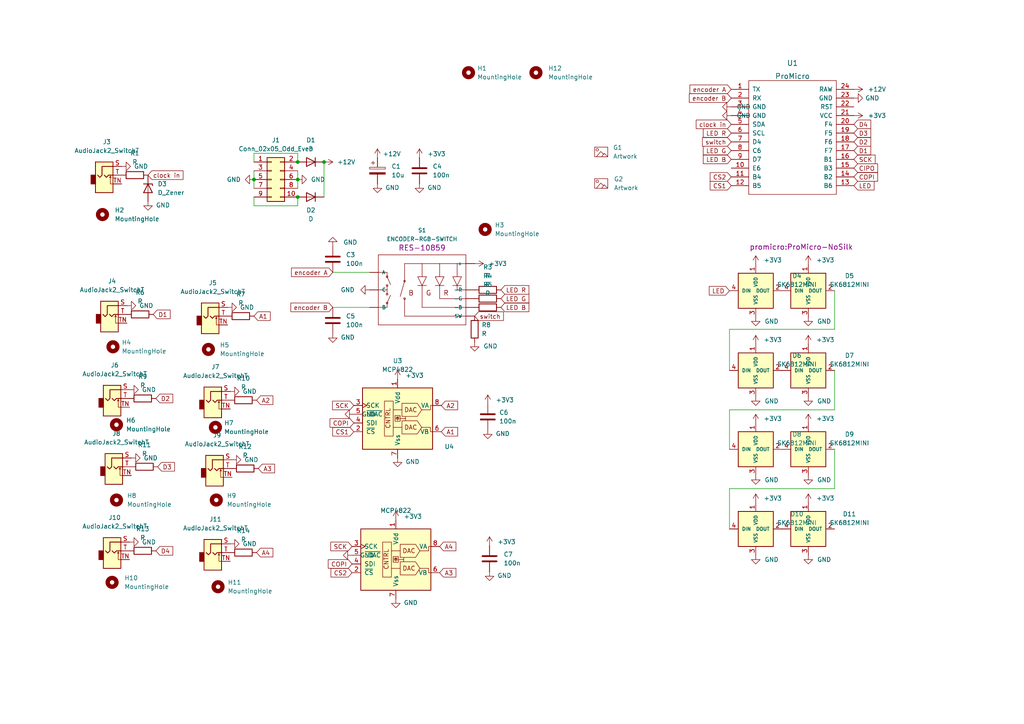
<source format=kicad_sch>
(kicad_sch (version 20211123) (generator eeschema)
  (paper "A4")
  (lib_symbols
    (symbol "Analog_DAC:MCP4822" (pin_names (offset 1.016))
      (property "Reference" "U" (at -2.54 10.795 0))
      (property "Value" "MCP4822" (at -2.54 8.89 0))
      (symbol "MCP4822_0_0"
        (polyline (pts (xy 0 -1.778) (xy 0 -0.635)))
        (polyline (pts (xy 0.381 -0.889) (xy 0.508 -0.762)))
        (polyline (pts (xy 2.286 -1.143) (xy 2.286 -1.905)))
        (polyline (pts (xy 0.381 -0.889) (xy -0.381 -0.889) (xy -0.508 -1.016)))
        (polyline (pts (xy 0.762 -1.27) (xy 2.286 -1.27) (xy 2.286 -0.762)))
        (polyline (pts (xy 0 -0.889) (xy 0.508 -1.397) (xy -0.508 -1.397) (xy 0 -0.889)))
        (polyline (pts (xy 6.985 -3.81) (xy 9.525 -3.81) (xy 9.525 -5.08) (xy 10.16 -5.08)))
        (polyline (pts (xy 6.985 1.27) (xy 9.525 1.27) (xy 9.525 2.54) (xy 10.16 2.54)))
        (rectangle (start 0.762 -0.381) (end -0.762 -2.032))
        (text "CNTRL" (at -2.032 -4.191 900) (effects (font (size 1.27 1.27)) (justify left bottom)))
        (text "DAC" (at 3.81 -3.81 0) (effects (font (size 1.27 1.27))))
        (text "DAC" (at 3.81 1.27 0) (effects (font (size 1.27 1.27))))
      )
      (symbol "MCP4822_0_1"
        (rectangle (start -10.16 7.62) (end 10.16 -10.16) (stroke (width 0.254)) (fill (type background)))
        (rectangle (start -1.27 -6.35) (end -3.81 3.81))
        (polyline (pts (xy 1.27 -3.81) (xy -1.27 -3.81)))
        (polyline (pts (xy 1.27 1.27) (xy -1.27 1.27)))
        (polyline (pts (xy 6.985 -3.81) (xy 5.715 -1.905) (xy 1.27 -1.905) (xy 1.27 -5.715) (xy 5.715 -5.715) (xy 6.985 -3.81)))
        (polyline (pts (xy 6.985 1.27) (xy 5.715 3.175) (xy 1.27 3.175) (xy 1.27 -0.635) (xy 5.715 -0.635) (xy 6.985 1.27)))
      )
      (symbol "MCP4822_1_1"
        (pin power_in line (at 0 10.16 270) (length 2.54) (name "Vdd") (number "1"))
        (pin input line (at -12.7 -5.08 0) (length 2.54) (name "~{CS}") (number "2"))
        (pin input clock (at -12.7 2.54 0) (length 2.54) (name "SCK") (number "3"))
        (pin input line (at -12.7 -2.54 0) (length 2.54) (name "SDI") (number "4"))
        (pin input line (at -12.7 0 0) (length 2.54) (name "~{LDAC}") (number "5"))
        (pin output line (at 12.7 -5.08 180) (length 2.54) (name "VB") (number "6"))
        (pin power_in line (at 0 -12.7 90) (length 2.54) (name "Vss") (number "7"))
        (pin output line (at 12.7 2.54 180) (length 2.54) (name "VA") (number "8"))
      )
    )
    (symbol "Connector:AudioJack2_SwitchT"
      (property "Reference" "J" (at 0 8.89 0))
      (property "Value" "AudioJack2_SwitchT" (at 0 6.35 0))
      (symbol "AudioJack2_SwitchT_0_1"
        (rectangle (start -2.54 0) (end -3.81 -2.54) (stroke (width 0.254)) (fill (type outline)))
        (polyline (pts (xy 1.778 -0.254) (xy 2.032 -0.762)))
        (polyline (pts (xy 0 0) (xy 0.635 -0.635) (xy 1.27 0) (xy 2.54 0)) (stroke (width 0.254)))
        (polyline (pts (xy 2.54 -2.54) (xy 1.778 -2.54) (xy 1.778 -0.254) (xy 1.524 -0.762)))
        (polyline (pts (xy 2.54 2.54) (xy -0.635 2.54) (xy -0.635 0) (xy -1.27 -0.635) (xy -1.905 0)) (stroke (width 0.254)))
        (rectangle (start 2.54 3.81) (end -2.54 -5.08) (stroke (width 0.254)) (fill (type background)))
      )
      (symbol "AudioJack2_SwitchT_1_1"
        (pin passive line (at 5.08 2.54 180) (length 2.54) (name "~") (number "S"))
        (pin passive line (at 5.08 0 180) (length 2.54) (name "~") (number "T"))
        (pin passive line (at 5.08 -2.54 180) (length 2.54) (name "~") (number "TN"))
      )
    )
    (symbol "Connector_Generic:Conn_02x05_Odd_Even" (pin_names (offset 1.016) hide)
      (property "Reference" "J" (at 1.27 7.62 0))
      (property "Value" "Conn_02x05_Odd_Even" (at 1.27 -7.62 0))
      (symbol "Conn_02x05_Odd_Even_1_1"
        (rectangle (start -1.27 -4.953) (end 0 -5.207) (stroke (width 0.1524)))
        (rectangle (start -1.27 -2.413) (end 0 -2.667) (stroke (width 0.1524)))
        (rectangle (start -1.27 0.127) (end 0 -0.127) (stroke (width 0.1524)))
        (rectangle (start -1.27 2.667) (end 0 2.413) (stroke (width 0.1524)))
        (rectangle (start -1.27 5.207) (end 0 4.953) (stroke (width 0.1524)))
        (rectangle (start -1.27 6.35) (end 3.81 -6.35) (stroke (width 0.254)) (fill (type background)))
        (rectangle (start 3.81 -4.953) (end 2.54 -5.207) (stroke (width 0.1524)))
        (rectangle (start 3.81 -2.413) (end 2.54 -2.667) (stroke (width 0.1524)))
        (rectangle (start 3.81 0.127) (end 2.54 -0.127) (stroke (width 0.1524)))
        (rectangle (start 3.81 2.667) (end 2.54 2.413) (stroke (width 0.1524)))
        (rectangle (start 3.81 5.207) (end 2.54 4.953) (stroke (width 0.1524)))
        (pin passive line (at -5.08 5.08 0) (length 3.81) (name "Pin_1") (number "1"))
        (pin passive line (at 7.62 -5.08 180) (length 3.81) (name "Pin_10") (number "10"))
        (pin passive line (at 7.62 5.08 180) (length 3.81) (name "Pin_2") (number "2"))
        (pin passive line (at -5.08 2.54 0) (length 3.81) (name "Pin_3") (number "3"))
        (pin passive line (at 7.62 2.54 180) (length 3.81) (name "Pin_4") (number "4"))
        (pin passive line (at -5.08 0 0) (length 3.81) (name "Pin_5") (number "5"))
        (pin passive line (at 7.62 0 180) (length 3.81) (name "Pin_6") (number "6"))
        (pin passive line (at -5.08 -2.54 0) (length 3.81) (name "Pin_7") (number "7"))
        (pin passive line (at 7.62 -2.54 180) (length 3.81) (name "Pin_8") (number "8"))
        (pin passive line (at -5.08 -5.08 0) (length 3.81) (name "Pin_9") (number "9"))
      )
    )
    (symbol "Device:C" (pin_numbers hide) (pin_names (offset 0.254))
      (property "Reference" "C" (at 0.635 2.54 0))
      (property "Value" "C" (at 0.635 -2.54 0))
      (symbol "C_0_1"
        (polyline (pts (xy -2.032 -0.762) (xy 2.032 -0.762)) (stroke (width 0.508)))
        (polyline (pts (xy -2.032 0.762) (xy 2.032 0.762)) (stroke (width 0.508)))
      )
      (symbol "C_1_1"
        (pin passive line (at 0 3.81 270) (length 2.794) (name "~") (number "1"))
        (pin passive line (at 0 -3.81 90) (length 2.794) (name "~") (number "2"))
      )
    )
    (symbol "Device:C_Polarized" (pin_numbers hide) (pin_names (offset 0.254))
      (property "Reference" "C" (at 0.635 2.54 0))
      (property "Value" "C_Polarized" (at 0.635 -2.54 0))
      (symbol "C_Polarized_0_1"
        (rectangle (start -2.286 0.508) (end 2.286 1.016))
        (polyline (pts (xy -1.778 2.286) (xy -0.762 2.286)))
        (polyline (pts (xy -1.27 2.794) (xy -1.27 1.778)))
        (rectangle (start 2.286 -0.508) (end -2.286 -1.016) (fill (type outline)))
      )
      (symbol "C_Polarized_1_1"
        (pin passive line (at 0 3.81 270) (length 2.794) (name "~") (number "1"))
        (pin passive line (at 0 -3.81 90) (length 2.794) (name "~") (number "2"))
      )
    )
    (symbol "Device:D" (pin_numbers hide) (pin_names (offset 1.016) hide)
      (property "Reference" "D" (at 0 2.54 0))
      (property "Value" "D" (at 0 -2.54 0))
      (symbol "D_0_1"
        (polyline (pts (xy -1.27 1.27) (xy -1.27 -1.27)) (stroke (width 0.254)))
        (polyline (pts (xy 1.27 0) (xy -1.27 0)))
        (polyline (pts (xy 1.27 1.27) (xy 1.27 -1.27) (xy -1.27 0) (xy 1.27 1.27)) (stroke (width 0.254)))
      )
      (symbol "D_1_1"
        (pin passive line (at -3.81 0 0) (length 2.54) (name "K") (number "1"))
        (pin passive line (at 3.81 0 180) (length 2.54) (name "A") (number "2"))
      )
    )
    (symbol "Device:D_Zener" (pin_numbers hide) (pin_names (offset 1.016) hide)
      (property "Reference" "D" (at 0 2.54 0))
      (property "Value" "D_Zener" (at 0 -2.54 0))
      (symbol "D_Zener_0_1"
        (polyline (pts (xy 1.27 0) (xy -1.27 0)))
        (polyline (pts (xy -1.27 -1.27) (xy -1.27 1.27) (xy -0.762 1.27)) (stroke (width 0.254)))
        (polyline (pts (xy 1.27 -1.27) (xy 1.27 1.27) (xy -1.27 0) (xy 1.27 -1.27)) (stroke (width 0.254)))
      )
      (symbol "D_Zener_1_1"
        (pin passive line (at -3.81 0 0) (length 2.54) (name "K") (number "1"))
        (pin passive line (at 3.81 0 180) (length 2.54) (name "A") (number "2"))
      )
    )
    (symbol "Device:R" (pin_numbers hide) (pin_names (offset 0))
      (property "Reference" "R" (at 2.032 0 90))
      (property "Value" "R" (at 0 0 90))
      (symbol "R_0_1"
        (rectangle (start -1.016 -2.54) (end 1.016 2.54) (stroke (width 0.254)))
      )
      (symbol "R_1_1"
        (pin passive line (at 0 3.81 270) (length 1.27) (name "~") (number "1"))
        (pin passive line (at 0 -3.81 90) (length 1.27) (name "~") (number "2"))
      )
    )
    (symbol "Mechanical:MountingHole" (pin_names (offset 1.016))
      (property "Reference" "H" (at 0 5.08 0))
      (property "Value" "MountingHole" (at 0 3.175 0))
      (symbol "MountingHole_0_1"
        (circle (center 0 0) (radius 1.27) (stroke (width 1.27)))
      )
    )
    (symbol "Pale Slim Ghost:Artwork" (in_bom no)
      (property "Reference" "G" (at 0 0 0))
      (property "Value" "Artwork" (at 0 0 0))
      (symbol "Artwork_0_1"
        (rectangle (start -2.032 4.318) (end 1.778 1.524) (stroke (width 0.1524)))
      )
      (symbol "Artwork_1_1"
        (circle (center -1.27 3.556) (radius 0.3592) (stroke (width 0.1524)))
        (polyline (pts (xy -1.524 1.524) (xy -0.254 3.048) (xy 0.508 2.286) (xy 0.508 2.286)))
        (polyline (pts (xy 0 1.524) (xy 0.762 2.54) (xy 1.778 1.524) (xy -0.254 1.524)))
      )
    )
    (symbol "SparkFun-Switches:ENCODER-RGB-SWITCH" (pin_numbers hide) (pin_names (offset 1.016))
      (property "Reference" "S" (at -12.7 11.43 0))
      (property "Value" "ENCODER-RGB-SWITCH" (at -12.7 -12.7 0))
      (property "Field4" "RES-10859" (at 0 15.24 0))
      (symbol "ENCODER-RGB-SWITCH_1_0"
        (polyline (pts (xy -12.7 -10.16) (xy 12.7 -10.16)))
        (polyline (pts (xy -12.7 -5.08) (xy -12.7 -10.16)))
        (polyline (pts (xy -12.7 0) (xy -12.7 -5.08)))
        (polyline (pts (xy -12.7 5.08) (xy -12.7 0)))
        (polyline (pts (xy -12.7 5.08) (xy -10.16 5.08)))
        (polyline (pts (xy -12.7 10.16) (xy -12.7 5.08)))
        (polyline (pts (xy -10.16 -5.08) (xy -12.7 -5.08)))
        (polyline (pts (xy -10.16 -5.08) (xy -10.16 -3.81)))
        (polyline (pts (xy -10.16 -3.81) (xy -9.144 -1.524)))
        (polyline (pts (xy -10.16 0) (xy -12.7 0)))
        (polyline (pts (xy -10.16 0) (xy -10.16 -1.27)))
        (polyline (pts (xy -10.16 0) (xy -10.16 1.27)))
        (polyline (pts (xy -10.16 3.81) (xy -9.144 1.524)))
        (polyline (pts (xy -10.16 5.08) (xy -10.16 3.81)))
        (polyline (pts (xy -5.08 -7.62) (xy -5.08 -2.54)))
        (polyline (pts (xy -5.08 -7.62) (xy 12.7 -7.62)))
        (polyline (pts (xy -5.08 2.54) (xy -6.35 -1.905)))
        (polyline (pts (xy -5.08 7.62) (xy -5.08 2.54)))
        (polyline (pts (xy -5.08 7.62) (xy 0 7.62)))
        (polyline (pts (xy -1.27 1.27) (xy 0 1.27)))
        (polyline (pts (xy -1.27 3.81) (xy 0 1.27)))
        (polyline (pts (xy -1.27 3.81) (xy 0 3.81)))
        (polyline (pts (xy 0 -5.08) (xy 0 1.27)))
        (polyline (pts (xy 0 -5.08) (xy 12.7 -5.08)))
        (polyline (pts (xy 0 1.27) (xy 1.27 1.27)))
        (polyline (pts (xy 0 1.27) (xy 1.27 3.81)))
        (polyline (pts (xy 0 3.81) (xy 1.27 3.81)))
        (polyline (pts (xy 0 7.62) (xy 0 3.81)))
        (polyline (pts (xy 0 7.62) (xy 5.08 7.62)))
        (polyline (pts (xy 3.81 1.27) (xy 5.08 1.27)))
        (polyline (pts (xy 3.81 3.81) (xy 5.08 1.27)))
        (polyline (pts (xy 3.81 3.81) (xy 5.08 3.81)))
        (polyline (pts (xy 5.08 -2.54) (xy 5.08 1.27)))
        (polyline (pts (xy 5.08 -2.54) (xy 12.7 -2.54)))
        (polyline (pts (xy 5.08 1.27) (xy 6.35 1.27)))
        (polyline (pts (xy 5.08 1.27) (xy 6.35 3.81)))
        (polyline (pts (xy 5.08 3.81) (xy 6.35 3.81)))
        (polyline (pts (xy 5.08 7.62) (xy 5.08 3.81)))
        (polyline (pts (xy 5.08 7.62) (xy 10.16 7.62)))
        (polyline (pts (xy 8.89 1.27) (xy 10.16 1.27)))
        (polyline (pts (xy 8.89 3.81) (xy 10.16 1.27)))
        (polyline (pts (xy 8.89 3.81) (xy 10.16 3.81)))
        (polyline (pts (xy 10.16 0) (xy 10.16 1.27)))
        (polyline (pts (xy 10.16 0) (xy 12.7 0)))
        (polyline (pts (xy 10.16 1.27) (xy 11.43 1.27)))
        (polyline (pts (xy 10.16 1.27) (xy 11.43 3.81)))
        (polyline (pts (xy 10.16 3.81) (xy 11.43 3.81)))
        (polyline (pts (xy 10.16 7.62) (xy 10.16 3.81)))
        (polyline (pts (xy 10.16 7.62) (xy 12.7 7.62)))
        (polyline (pts (xy 12.7 10.16) (xy -12.7 10.16)))
        (polyline (pts (xy 12.7 10.16) (xy 12.7 -10.16)))
        (text "B" (at -3.2004 -0.889 0) (effects (font (size 1.4224 1.4224))))
        (text "G" (at 1.8796 -0.889 0) (effects (font (size 1.4224 1.4224))))
        (text "R" (at 6.9596 -0.889 0) (effects (font (size 1.4224 1.4224))))
      )
      (symbol "ENCODER-RGB-SWITCH_1_1"
        (circle (center -10.16 -3.81) (radius 0.254))
        (circle (center -10.16 -1.27) (radius 0.254))
        (circle (center -10.16 1.27) (radius 0.254))
        (circle (center -10.16 3.81) (radius 0.254))
        (circle (center -5.08 -2.54) (radius 0.254))
        (circle (center -5.08 2.54) (radius 0.254))
        (pin passive line (at 15.24 0 180) (length 2.54) (name "-R") (number "1"))
        (pin passive line (at 15.24 -2.54 180) (length 2.54) (name "-G") (number "2"))
        (pin passive line (at 15.24 -7.62 180) (length 2.54) (name "SW") (number "3"))
        (pin passive line (at 15.24 -5.08 180) (length 2.54) (name "-B") (number "4"))
        (pin passive line (at 15.24 7.62 180) (length 2.54) (name "+") (number "5"))
        (pin bidirectional line (at -15.24 5.08 0) (length 2.54) (name "A") (number "A"))
        (pin bidirectional line (at -15.24 -5.08 0) (length 2.54) (name "B") (number "B"))
        (pin bidirectional line (at -15.24 0 0) (length 2.54) (name "C") (number "C"))
      )
    )
    (symbol "kbd:YS-SK6812MINI-E" (pin_names (offset 1.016))
      (property "Reference" "LED" (at 2.54 -7.62 0))
      (property "Value" "YS-SK6812MINI-E" (at 6.35 -6.35 0))
      (symbol "YS-SK6812MINI-E_0_1"
        (rectangle (start -5.08 5.08) (end 5.08 -5.08) (stroke (width 0.254)) (fill (type background)))
      )
      (symbol "YS-SK6812MINI-E_1_1"
        (pin power_in line (at 0 7.62 270) (length 2.54) (name "VDD") (number "1"))
        (pin output line (at 7.62 0 180) (length 2.54) (name "DOUT") (number "2"))
        (pin power_in line (at 0 -7.62 90) (length 2.54) (name "VSS") (number "3"))
        (pin input line (at -7.62 0 0) (length 2.54) (name "DIN") (number "4"))
      )
    )
    (symbol "power:+12V" (power) (pin_names (offset 0))
      (property "Value" "+12V" (at 0 3.556 0))
      (symbol "+12V_0_1"
        (polyline (pts (xy -0.762 1.27) (xy 0 2.54)))
        (polyline (pts (xy 0 0) (xy 0 2.54)))
        (polyline (pts (xy 0 2.54) (xy 0.762 1.27)))
      )
      (symbol "+12V_1_1"
        (pin power_in line (at 0 0 90) (length 0) hide (name "+12V") (number "1"))
      )
    )
    (symbol "power:+3V3" (power) (pin_names (offset 0))
      (property "Value" "+3V3" (at 0 3.556 0))
      (symbol "+3V3_0_1"
        (polyline (pts (xy -0.762 1.27) (xy 0 2.54)))
        (polyline (pts (xy 0 0) (xy 0 2.54)))
        (polyline (pts (xy 0 2.54) (xy 0.762 1.27)))
      )
      (symbol "+3V3_1_1"
        (pin power_in line (at 0 0 90) (length 0) hide (name "+3V3") (number "1"))
      )
    )
    (symbol "power:GND" (power) (pin_names (offset 0))
      (property "Value" "GND" (at 0 -3.81 0))
      (symbol "GND_0_1"
        (polyline (pts (xy 0 0) (xy 0 -1.27) (xy 1.27 -1.27) (xy 0 -2.54) (xy -1.27 -1.27) (xy 0 -1.27)))
      )
      (symbol "GND_1_1"
        (pin power_in line (at 0 0 270) (length 0) hide (name "GND") (number "1"))
      )
    )
    (symbol "promicro:ProMicro" (pin_names (offset 1.016))
      (property "Reference" "U" (at 0 24.13 0))
      (property "Value" "ProMicro" (at 0 -13.97 0))
      (symbol "ProMicro_0_1"
        (rectangle (start -12.7 21.59) (end 12.7 -11.43))
      )
      (symbol "ProMicro_1_1"
        (pin bidirectional line (at -17.78 19.05 0) (length 5.08) (name "TX") (number "1"))
        (pin bidirectional line (at -17.78 -3.81 0) (length 5.08) (name "E6") (number "10"))
        (pin bidirectional line (at -17.78 -6.35 0) (length 5.08) (name "B4") (number "11"))
        (pin bidirectional line (at -17.78 -8.89 0) (length 5.08) (name "B5") (number "12"))
        (pin bidirectional line (at 17.78 -8.89 180) (length 5.08) (name "B6") (number "13"))
        (pin bidirectional line (at 17.78 -6.35 180) (length 5.08) (name "B2") (number "14"))
        (pin bidirectional line (at 17.78 -3.81 180) (length 5.08) (name "B3") (number "15"))
        (pin bidirectional line (at 17.78 -1.27 180) (length 5.08) (name "B1") (number "16"))
        (pin bidirectional line (at 17.78 1.27 180) (length 5.08) (name "F7") (number "17"))
        (pin bidirectional line (at 17.78 3.81 180) (length 5.08) (name "F6") (number "18"))
        (pin bidirectional line (at 17.78 6.35 180) (length 5.08) (name "F5") (number "19"))
        (pin bidirectional line (at -17.78 16.51 0) (length 5.08) (name "RX") (number "2"))
        (pin bidirectional line (at 17.78 8.89 180) (length 5.08) (name "F4") (number "20"))
        (pin power_in line (at 17.78 11.43 180) (length 5.08) (name "VCC") (number "21"))
        (pin input line (at 17.78 13.97 180) (length 5.08) (name "RST") (number "22"))
        (pin power_in line (at 17.78 16.51 180) (length 5.08) (name "GND") (number "23"))
        (pin power_out line (at 17.78 19.05 180) (length 5.08) (name "RAW") (number "24"))
        (pin power_in line (at -17.78 13.97 0) (length 5.08) (name "GND") (number "3"))
        (pin power_in line (at -17.78 11.43 0) (length 5.08) (name "GND") (number "4"))
        (pin bidirectional line (at -17.78 8.89 0) (length 5.08) (name "SDA") (number "5"))
        (pin bidirectional line (at -17.78 6.35 0) (length 5.08) (name "SCL") (number "6"))
        (pin bidirectional line (at -17.78 3.81 0) (length 5.08) (name "D4") (number "7"))
        (pin bidirectional line (at -17.78 1.27 0) (length 5.08) (name "C6") (number "8"))
        (pin bidirectional line (at -17.78 -1.27 0) (length 5.08) (name "D7") (number "9"))
      )
    )
  )
  (junction (at 86.36 57.15))
  (junction (at 86.36 46.99))
  (junction (at 86.36 52.07))
  (junction (at 93.98 46.99))
  (junction (at 73.66 52.07))
  (wire (pts (xy 73.66 59.69) (xy 86.36 59.69)))
  (wire (pts (xy 211.582 141.732) (xy 211.582 153.416)))
  (wire (pts (xy 242.062 107.442) (xy 242.062 118.872)))
  (wire (pts (xy 96.52 78.994) (xy 107.188 78.994)))
  (wire (pts (xy 73.66 46.99) (xy 73.66 44.45)))
  (wire (pts (xy 73.66 44.45) (xy 86.36 44.45)))
  (wire (pts (xy 242.062 84.328) (xy 242.062 95.504)))
  (wire (pts (xy 73.66 49.53) (xy 73.66 52.07)))
  (wire (pts (xy 242.062 130.302) (xy 242.062 141.732)))
  (wire (pts (xy 242.062 95.504) (xy 211.582 95.504)))
  (wire (pts (xy 211.582 118.872) (xy 211.582 130.302)))
  (wire (pts (xy 73.66 52.07) (xy 73.66 54.61)))
  (wire (pts (xy 86.36 57.15) (xy 86.36 59.69)))
  (wire (pts (xy 73.66 57.15) (xy 73.66 59.69)))
  (wire (pts (xy 242.062 118.872) (xy 211.582 118.872)))
  (wire (pts (xy 86.36 44.45) (xy 86.36 46.99)))
  (wire (pts (xy 96.52 89.154) (xy 107.188 89.154)))
  (wire (pts (xy 86.36 49.53) (xy 86.36 52.07)))
  (wire (pts (xy 93.98 46.99) (xy 93.98 57.15)))
  (wire (pts (xy 86.36 52.07) (xy 86.36 54.61)))
  (wire (pts (xy 211.582 95.504) (xy 211.582 107.442)))
  (wire (pts (xy 242.062 141.732) (xy 211.582 141.732)))
  (global_label "A4" (shape input) (at 74.422 160.274 0) (property "Intersheet References" "${INTERSHEET_REFS}" (effects hide)))
  (global_label "D1" (shape input) (at 247.65 43.688 0) (property "Intersheet References" "${INTERSHEET_REFS}" (effects hide)))
  (global_label "D1" (shape input) (at 44.45 91.186 0) (property "Intersheet References" "${INTERSHEET_REFS}" (effects hide)))
  (global_label "LED G" (shape input) (at 145.288 86.614 0) (property "Intersheet References" "${INTERSHEET_REFS}" (effects hide)))
  (global_label "LED R" (shape input) (at 145.288 84.074 0) (property "Intersheet References" "${INTERSHEET_REFS}" (effects hide)))
  (global_label "LED G" (shape input) (at 212.09 43.688 180) (property "Intersheet References" "${INTERSHEET_REFS}" (effects hide)))
  (global_label "encoder A" (shape input) (at 96.52 78.994 180) (property "Intersheet References" "${INTERSHEET_REFS}" (effects hide)))
  (global_label "CS1" (shape input) (at 102.616 125.222 180) (property "Intersheet References" "${INTERSHEET_REFS}" (effects hide)))
  (global_label "encoder A" (shape input) (at 212.09 25.908 180) (property "Intersheet References" "${INTERSHEET_REFS}" (effects hide)))
  (global_label "A4" (shape input) (at 127.508 158.496 0) (property "Intersheet References" "${INTERSHEET_REFS}" (effects hide)))
  (global_label "COPI" (shape input) (at 247.65 51.308 0) (property "Intersheet References" "${INTERSHEET_REFS}" (effects hide)))
  (global_label "D4" (shape input) (at 247.65 36.068 0) (property "Intersheet References" "${INTERSHEET_REFS}" (effects hide)))
  (global_label "clock in" (shape input) (at 212.09 36.068 180) (property "Intersheet References" "${INTERSHEET_REFS}" (effects hide)))
  (global_label "D3" (shape input) (at 247.65 38.608 0) (property "Intersheet References" "${INTERSHEET_REFS}" (effects hide)))
  (global_label "CS2" (shape input) (at 212.09 51.308 180) (property "Intersheet References" "${INTERSHEET_REFS}" (effects hide)))
  (global_label "LED B" (shape input) (at 145.288 89.154 0) (property "Intersheet References" "${INTERSHEET_REFS}" (effects hide)))
  (global_label "A1" (shape input) (at 73.66 91.694 0) (property "Intersheet References" "${INTERSHEET_REFS}" (effects hide)))
  (global_label "CIPO" (shape input) (at 247.65 48.768 0) (property "Intersheet References" "${INTERSHEET_REFS}" (effects hide)))
  (global_label "D2" (shape input) (at 247.65 41.148 0) (property "Intersheet References" "${INTERSHEET_REFS}" (effects hide)))
  (global_label "COPI" (shape input) (at 102.616 122.682 180) (property "Intersheet References" "${INTERSHEET_REFS}" (effects hide)))
  (global_label "LED B" (shape input) (at 212.09 46.228 180) (property "Intersheet References" "${INTERSHEET_REFS}" (effects hide)))
  (global_label "LED R" (shape input) (at 212.09 38.608 180) (property "Intersheet References" "${INTERSHEET_REFS}" (effects hide)))
  (global_label "COPI" (shape input) (at 102.108 163.576 180) (property "Intersheet References" "${INTERSHEET_REFS}" (effects hide)))
  (global_label "D2" (shape input) (at 45.212 115.57 0) (property "Intersheet References" "${INTERSHEET_REFS}" (effects hide)))
  (global_label "D3" (shape input) (at 45.72 135.382 0) (property "Intersheet References" "${INTERSHEET_REFS}" (effects hide)))
  (global_label "CS2" (shape input) (at 102.108 166.116 180) (property "Intersheet References" "${INTERSHEET_REFS}" (effects hide)))
  (global_label "SCK" (shape input) (at 102.108 158.496 180) (property "Intersheet References" "${INTERSHEET_REFS}" (effects hide)))
  (global_label "LED" (shape input) (at 211.582 84.328 180) (property "Intersheet References" "${INTERSHEET_REFS}" (effects hide)))
  (global_label "SCK" (shape input) (at 247.65 46.228 0) (property "Intersheet References" "${INTERSHEET_REFS}" (effects hide)))
  (global_label "A1" (shape input) (at 128.016 125.222 0) (property "Intersheet References" "${INTERSHEET_REFS}" (effects hide)))
  (global_label "SCK" (shape input) (at 102.616 117.602 180) (property "Intersheet References" "${INTERSHEET_REFS}" (effects hide)))
  (global_label "encoder B" (shape input) (at 96.52 89.154 180) (property "Intersheet References" "${INTERSHEET_REFS}" (effects hide)))
  (global_label "A3" (shape input) (at 127.508 166.116 0) (property "Intersheet References" "${INTERSHEET_REFS}" (effects hide)))
  (global_label "D4" (shape input) (at 45.212 159.766 0) (property "Intersheet References" "${INTERSHEET_REFS}" (effects hide)))
  (global_label "clock in" (shape input) (at 42.926 50.8 0) (property "Intersheet References" "${INTERSHEET_REFS}" (effects hide)))
  (global_label "A3" (shape input) (at 74.93 135.89 0) (property "Intersheet References" "${INTERSHEET_REFS}" (effects hide)))
  (global_label "switch" (shape input) (at 137.668 91.694 0) (property "Intersheet References" "${INTERSHEET_REFS}" (effects hide)))
  (global_label "A2" (shape input) (at 74.422 116.078 0) (property "Intersheet References" "${INTERSHEET_REFS}" (effects hide)))
  (global_label "LED" (shape input) (at 247.65 53.848 0) (property "Intersheet References" "${INTERSHEET_REFS}" (effects hide)))
  (global_label "CS1" (shape input) (at 212.09 53.848 180) (property "Intersheet References" "${INTERSHEET_REFS}" (effects hide)))
  (global_label "encoder B" (shape input) (at 212.09 28.448 180) (property "Intersheet References" "${INTERSHEET_REFS}" (effects hide)))
  (global_label "switch" (shape input) (at 212.09 41.148 180) (property "Intersheet References" "${INTERSHEET_REFS}" (effects hide)))
  (global_label "A2" (shape input) (at 128.016 117.602 0) (property "Intersheet References" "${INTERSHEET_REFS}" (effects hide)))
  (symbol (lib_id "kbd:YS-SK6812MINI-E") (at 234.442 130.302 0) (unit 1)
    (property "Reference" "D9" (at 246.38 125.9713 0))
    (property "Value" "SK6812MINI" (at 246.38 128.5113 0))
    (property "Footprint" "Pale Slim Ghost:SK6812MINI-E" (effects hide))
    (property "Datasheet" "https://cdn-shop.adafruit.com/product-files/2686/SK6812MINI_REV.01-1-2.pdf" (effects hide))
  )
  (symbol (lib_id "Mechanical:MountingHole") (at 155.448 21.082 0) (unit 1)
    (property "Reference" "H12" (at 159.004 19.8119 0) (effects (justify left)))
    (property "Value" "MountingHole" (at 159.004 22.3519 0) (effects (justify left)))
    (property "Footprint" "Pale Slim Ghost:eurorack panel mounting slot" (effects hide))
  )
  (symbol (lib_id "Mechanical:MountingHole") (at 32.766 100.584 0) (unit 1)
    (property "Reference" "H4" (at 35.306 99.3139 0) (effects (justify left)))
    (property "Value" "MountingHole" (at 35.306 101.8539 0) (effects (justify left)))
    (property "Footprint" "Pale Slim Ghost:hole 6mm (jack panel)" (effects hide))
  )
  (symbol (lib_id "Device:R") (at 69.85 91.694 90) (unit 1)
    (property "Reference" "R7" (at 69.85 85.344 90))
    (property "Value" "R" (at 69.85 87.884 90))
    (property "Footprint" "Resistor_SMD:R_0805_2012Metric_Pad1.20x1.40mm_HandSolder" (effects hide))
  )
  (symbol (lib_id "power:GND") (at 212.09 33.528 270) (mirror x) (unit 1)
    (property "Reference" "#PWR0105" (effects hide))
    (property "Value" "GND" (at 213.614 33.5279 90) (effects (justify left)))
  )
  (symbol (lib_id "power:+3V3") (at 115.316 109.982 0) (unit 1)
    (property "Reference" "#PWR029" (effects hide))
    (property "Value" "+3V3" (at 117.602 108.9024 0) (effects (justify left)))
  )
  (symbol (lib_id "kbd:YS-SK6812MINI-E") (at 234.442 107.442 0) (unit 1)
    (property "Reference" "D7" (at 246.38 103.1113 0))
    (property "Value" "SK6812MINI" (at 246.38 105.6513 0))
    (property "Footprint" "Pale Slim Ghost:SK6812MINI-E" (effects hide))
    (property "Datasheet" "https://cdn-shop.adafruit.com/product-files/2686/SK6812MINI_REV.01-1-2.pdf" (effects hide))
  )
  (symbol (lib_id "power:GND") (at 96.52 71.374 180) (unit 1)
    (property "Reference" "#PWR018" (effects hide))
    (property "Value" "GND" (at 99.568 70.2944 0) (effects (justify right)))
  )
  (symbol (lib_id "power:GND") (at 38.1 132.842 90) (unit 1)
    (property "Reference" "#PWR035" (effects hide))
    (property "Value" "GND" (at 41.656 132.8419 90) (effects (justify right)))
  )
  (symbol (lib_id "Connector:AudioJack2_SwitchT") (at 33.02 135.382 0) (unit 1)
    (property "Reference" "J8" (at 33.782 125.73 0))
    (property "Value" "AudioJack2_SwitchT" (at 33.782 128.27 0))
    (property "Footprint" "Pale Slim Ghost:Jack_3.5mm_QingPu_WQP-PJ398SM_Vertical" (effects hide))
  )
  (symbol (lib_id "kbd:YS-SK6812MINI-E") (at 219.202 153.416 0) (unit 1)
    (property "Reference" "D10" (at 231.14 149.0853 0))
    (property "Value" "SK6812MINI" (at 231.14 151.6253 0))
    (property "Footprint" "Pale Slim Ghost:SK6812MINI-E" (effects hide))
    (property "Datasheet" "https://cdn-shop.adafruit.com/product-files/2686/SK6812MINI_REV.01-1-2.pdf" (effects hide))
  )
  (symbol (lib_id "Analog_DAC:MCP4822") (at 114.808 161.036 0) (unit 1)
    (property "Reference" "U4" (at 130.302 129.54 0))
    (property "Value" "MCP4822" (at 114.808 148.082 0))
    (property "Footprint" "Package_SO:SOIC-8_3.9x4.9mm_P1.27mm" (effects hide))
    (property "Datasheet" "http://ww1.microchip.com/downloads/en/DeviceDoc/20002249B.pdf" (effects hide))
  )
  (symbol (lib_id "power:GND") (at 96.52 96.774 0) (unit 1)
    (property "Reference" "#PWR027" (effects hide))
    (property "Value" "GND" (at 98.806 97.8534 0) (effects (justify left)))
  )
  (symbol (lib_id "power:GND") (at 66.04 89.154 90) (unit 1)
    (property "Reference" "#PWR026" (effects hide))
    (property "Value" "GND" (at 69.596 89.1539 90) (effects (justify right)))
  )
  (symbol (lib_id "Connector:AudioJack2_SwitchT") (at 30.226 50.8 0) (unit 1)
    (property "Reference" "J3" (at 30.988 41.148 0))
    (property "Value" "AudioJack2_SwitchT" (at 30.988 43.688 0))
    (property "Footprint" "Pale Slim Ghost:Jack_3.5mm_QingPu_WQP-PJ398SM_Vertical" (effects hide))
  )
  (symbol (lib_id "power:+3V3") (at 219.202 99.822 0) (unit 1)
    (property "Reference" "#PWR011" (effects hide))
    (property "Value" "+3V3" (at 221.488 98.5519 0) (effects (justify left)))
  )
  (symbol (lib_id "power:+12V") (at 247.65 25.908 270) (mirror x) (unit 1)
    (property "Reference" "#PWR0101" (effects hide))
    (property "Value" "+12V" (at 251.714 25.9079 90) (effects (justify left)))
  )
  (symbol (lib_id "Device:D") (at 90.17 57.15 180) (unit 1)
    (property "Reference" "D2" (at 90.17 60.96 0))
    (property "Value" "D" (at 90.17 63.5 0))
    (property "Footprint" "Diode_SMD:D_SOD-123" (effects hide))
  )
  (symbol (lib_id "Mechanical:MountingHole") (at 135.89 21.082 0) (unit 1)
    (property "Reference" "H1" (at 138.43 19.8119 0) (effects (justify left)))
    (property "Value" "MountingHole" (at 138.43 22.3519 0) (effects (justify left)))
    (property "Footprint" "Pale Slim Ghost:eurorack panel mounting slot" (effects hide))
  )
  (symbol (lib_id "power:+3V3") (at 137.668 76.454 270) (unit 1)
    (property "Reference" "#PWR021" (effects hide))
    (property "Value" "+3V3" (at 141.732 76.4539 90) (effects (justify left)))
  )
  (symbol (lib_id "power:GND") (at 109.474 53.34 0) (unit 1)
    (property "Reference" "#PWR09" (effects hide))
    (property "Value" "GND" (at 111.76 54.4194 0) (effects (justify left)))
  )
  (symbol (lib_id "power:GND") (at 219.202 115.062 0) (mirror y) (unit 1)
    (property "Reference" "#PWR013" (effects hide))
    (property "Value" "GND" (at 221.742 116.3319 0) (effects (justify right)))
  )
  (symbol (lib_id "Connector:AudioJack2_SwitchT") (at 61.722 116.078 0) (unit 1)
    (property "Reference" "J7" (at 62.484 106.426 0))
    (property "Value" "AudioJack2_SwitchT" (at 62.484 108.966 0))
    (property "Footprint" "Pale Slim Ghost:Jack_3.5mm_QingPu_WQP-PJ398SM_Vertical" (effects hide))
  )
  (symbol (lib_id "power:GND") (at 36.83 88.646 90) (unit 1)
    (property "Reference" "#PWR025" (effects hide))
    (property "Value" "GND" (at 40.386 88.6459 90) (effects (justify right)))
  )
  (symbol (lib_id "power:GND") (at 121.666 53.34 0) (unit 1)
    (property "Reference" "#PWR024" (effects hide))
    (property "Value" "GND" (at 123.952 54.4194 0) (effects (justify left)))
  )
  (symbol (lib_id "Device:R") (at 41.402 115.57 90) (unit 1)
    (property "Reference" "R9" (at 41.402 109.22 90))
    (property "Value" "R" (at 41.402 111.76 90))
    (property "Footprint" "Resistor_SMD:R_0805_2012Metric_Pad1.20x1.40mm_HandSolder" (effects hide))
  )
  (symbol (lib_id "Device:C") (at 141.478 120.904 0) (unit 1)
    (property "Reference" "C6" (at 144.78 119.6339 0) (effects (justify left)))
    (property "Value" "100n" (at 144.78 122.1739 0) (effects (justify left)))
    (property "Footprint" "Capacitor_SMD:C_0805_2012Metric_Pad1.18x1.45mm_HandSolder" (effects hide))
  )
  (symbol (lib_id "Device:R") (at 71.12 135.89 90) (unit 1)
    (property "Reference" "R12" (at 71.12 129.54 90))
    (property "Value" "R" (at 71.12 132.08 90))
    (property "Footprint" "Resistor_SMD:R_0805_2012Metric_Pad1.20x1.40mm_HandSolder" (effects hide))
  )
  (symbol (lib_id "power:GND") (at 137.668 99.314 0) (unit 1)
    (property "Reference" "#PWR028" (effects hide))
    (property "Value" "GND" (at 140.208 100.3934 0) (effects (justify left)))
  )
  (symbol (lib_id "Mechanical:MountingHole") (at 63.246 170.18 0) (unit 1)
    (property "Reference" "H11" (at 66.04 168.9099 0) (effects (justify left)))
    (property "Value" "MountingHole" (at 66.04 171.4499 0) (effects (justify left)))
    (property "Footprint" "Pale Slim Ghost:hole 6mm (jack panel)" (effects hide))
  )
  (symbol (lib_id "power:GND") (at 35.306 48.26 90) (unit 1)
    (property "Reference" "#PWR010" (effects hide))
    (property "Value" "GND" (at 38.862 48.2599 90) (effects (justify right)))
  )
  (symbol (lib_id "Device:R") (at 41.402 159.766 90) (unit 1)
    (property "Reference" "R13" (at 41.402 153.416 90))
    (property "Value" "R" (at 41.402 155.956 90))
    (property "Footprint" "Resistor_SMD:R_0805_2012Metric_Pad1.20x1.40mm_HandSolder" (effects hide))
  )
  (symbol (lib_id "kbd:YS-SK6812MINI-E") (at 219.202 84.328 0) (unit 1)
    (property "Reference" "D4" (at 231.14 79.9973 0))
    (property "Value" "SK6812MINI" (at 231.14 82.5373 0))
    (property "Footprint" "Pale Slim Ghost:SK6812MINI-E" (effects hide))
    (property "Datasheet" "https://cdn-shop.adafruit.com/product-files/2686/SK6812MINI_REV.01-1-2.pdf" (effects hide))
  )
  (symbol (lib_id "power:+3V3") (at 234.442 76.708 0) (unit 1)
    (property "Reference" "#PWR04" (effects hide))
    (property "Value" "+3V3" (at 236.728 75.4379 0) (effects (justify left)))
  )
  (symbol (lib_id "power:GND") (at 37.592 157.226 90) (unit 1)
    (property "Reference" "#PWR040" (effects hide))
    (property "Value" "GND" (at 41.148 157.2259 90) (effects (justify right)))
  )
  (symbol (lib_id "power:GND") (at 107.188 84.074 270) (unit 1)
    (property "Reference" "#PWR023" (effects hide))
    (property "Value" "GND" (at 102.87 84.0739 90) (effects (justify right)))
  )
  (symbol (lib_id "Connector:AudioJack2_SwitchT") (at 32.512 159.766 0) (unit 1)
    (property "Reference" "J10" (at 33.274 150.114 0))
    (property "Value" "AudioJack2_SwitchT" (at 33.274 152.654 0))
    (property "Footprint" "Pale Slim Ghost:Jack_3.5mm_QingPu_WQP-PJ398SM_Vertical" (effects hide))
  )
  (symbol (lib_id "kbd:YS-SK6812MINI-E") (at 234.442 153.416 0) (unit 1)
    (property "Reference" "D11" (at 246.38 149.0853 0))
    (property "Value" "SK6812MINI" (at 246.38 151.6253 0))
    (property "Footprint" "Pale Slim Ghost:SK6812MINI-E" (effects hide))
    (property "Datasheet" "https://cdn-shop.adafruit.com/product-files/2686/SK6812MINI_REV.01-1-2.pdf" (effects hide))
  )
  (symbol (lib_id "Mechanical:MountingHole") (at 33.782 145.034 0) (unit 1)
    (property "Reference" "H8" (at 36.83 143.7639 0) (effects (justify left)))
    (property "Value" "MountingHole" (at 36.83 146.3039 0) (effects (justify left)))
    (property "Footprint" "Pale Slim Ghost:hole 6mm (jack panel)" (effects hide))
  )
  (symbol (lib_id "kbd:YS-SK6812MINI-E") (at 219.202 130.302 0) (unit 1)
    (property "Reference" "D8" (at 231.14 125.9713 0))
    (property "Value" "SK6812MINI" (at 231.14 128.5113 0))
    (property "Footprint" "Pale Slim Ghost:SK6812MINI-E" (effects hide))
    (property "Datasheet" "https://cdn-shop.adafruit.com/product-files/2686/SK6812MINI_REV.01-1-2.pdf" (effects hide))
  )
  (symbol (lib_id "power:GND") (at 37.592 113.03 90) (unit 1)
    (property "Reference" "#PWR030" (effects hide))
    (property "Value" "GND" (at 41.148 113.0299 90) (effects (justify right)))
  )
  (symbol (lib_id "Mechanical:MountingHole") (at 62.738 145.034 0) (unit 1)
    (property "Reference" "H9" (at 65.786 143.7639 0) (effects (justify left)))
    (property "Value" "MountingHole" (at 65.786 146.3039 0) (effects (justify left)))
    (property "Footprint" "Pale Slim Ghost:hole 6mm (jack panel)" (effects hide))
  )
  (symbol (lib_id "power:+3V3") (at 114.808 150.876 0) (unit 1)
    (property "Reference" "#PWR038" (effects hide))
    (property "Value" "+3V3" (at 117.094 149.7964 0) (effects (justify left)))
  )
  (symbol (lib_id "power:GND") (at 247.65 28.448 90) (unit 1)
    (property "Reference" "#PWR0102" (effects hide))
    (property "Value" "GND" (at 250.952 28.4479 90) (effects (justify right)))
  )
  (symbol (lib_id "Connector:AudioJack2_SwitchT") (at 62.23 135.89 0) (unit 1)
    (property "Reference" "J9" (at 62.992 126.238 0))
    (property "Value" "AudioJack2_SwitchT" (at 62.992 128.778 0))
    (property "Footprint" "Pale Slim Ghost:Jack_3.5mm_QingPu_WQP-PJ398SM_Vertical" (effects hide))
  )
  (symbol (lib_id "Connector:AudioJack2_SwitchT") (at 32.512 115.57 0) (unit 1)
    (property "Reference" "J6" (at 33.274 105.918 0))
    (property "Value" "AudioJack2_SwitchT" (at 33.274 108.458 0))
    (property "Footprint" "Pale Slim Ghost:Jack_3.5mm_QingPu_WQP-PJ398SM_Vertical" (effects hide))
  )
  (symbol (lib_id "Mechanical:MountingHole") (at 60.452 101.346 0) (unit 1)
    (property "Reference" "H5" (at 63.754 100.0759 0) (effects (justify left)))
    (property "Value" "MountingHole" (at 63.754 102.6159 0) (effects (justify left)))
    (property "Footprint" "Pale Slim Ghost:hole 6mm (jack panel)" (effects hide))
  )
  (symbol (lib_id "Mechanical:MountingHole") (at 29.718 62.23 0) (unit 1)
    (property "Reference" "H2" (at 33.274 60.9599 0) (effects (justify left)))
    (property "Value" "MountingHole" (at 33.274 63.4999 0) (effects (justify left)))
    (property "Footprint" "Pale Slim Ghost:hole 6mm (jack panel)" (effects hide))
  )
  (symbol (lib_id "power:GND") (at 219.202 91.948 0) (mirror y) (unit 1)
    (property "Reference" "#PWR05" (effects hide))
    (property "Value" "GND" (at 221.742 93.2179 0) (effects (justify right)))
  )
  (symbol (lib_id "SparkFun-Switches:ENCODER-RGB-SWITCH") (at 122.428 84.074 0) (unit 1)
    (property "Reference" "S1" (at 122.428 66.802 0) (effects (font (size 1.143 1.143))))
    (property "Value" "ENCODER-RGB-SWITCH" (at 122.428 69.342 0) (effects (font (size 1.143 1.143))))
    (property "Footprint" "Switches:ENCODER_LED_3" (effects hide))
    (property "Field4" "RES-10859" (at 122.428 71.882 0) (effects (font (size 1.524 1.524))))
  )
  (symbol (lib_id "kbd:YS-SK6812MINI-E") (at 219.202 107.442 0) (unit 1)
    (property "Reference" "D6" (at 231.14 103.1113 0))
    (property "Value" "SK6812MINI" (at 231.14 105.6513 0))
    (property "Footprint" "Pale Slim Ghost:SK6812MINI-E" (effects hide))
    (property "Datasheet" "https://cdn-shop.adafruit.com/product-files/2686/SK6812MINI_REV.01-1-2.pdf" (effects hide))
  )
  (symbol (lib_id "power:+3V3") (at 234.442 99.822 0) (unit 1)
    (property "Reference" "#PWR012" (effects hide))
    (property "Value" "+3V3" (at 236.728 98.5519 0) (effects (justify left)))
  )
  (symbol (lib_id "Device:C") (at 141.986 162.052 0) (unit 1)
    (property "Reference" "C7" (at 146.05 160.7819 0) (effects (justify left)))
    (property "Value" "100n" (at 146.05 163.3219 0) (effects (justify left)))
    (property "Footprint" "Capacitor_SMD:C_0805_2012Metric_Pad1.18x1.45mm_HandSolder" (effects hide))
  )
  (symbol (lib_id "Mechanical:MountingHole") (at 32.512 168.91 0) (unit 1)
    (property "Reference" "H10" (at 36.068 167.6399 0) (effects (justify left)))
    (property "Value" "MountingHole" (at 36.068 170.1799 0) (effects (justify left)))
    (property "Footprint" "Pale Slim Ghost:hole 6mm (jack panel)" (effects hide))
  )
  (symbol (lib_id "Connector_Generic:Conn_02x05_Odd_Even") (at 78.74 52.07 0) (unit 1)
    (property "Reference" "J1" (at 80.01 40.64 0))
    (property "Value" "Conn_02x05_Odd_Even" (at 80.01 43.18 0))
    (property "Footprint" "Connector_PinHeader_2.54mm:PinHeader_2x05_P2.54mm_Vertical_SMD" (effects hide))
  )
  (symbol (lib_id "power:GND") (at 73.66 52.07 270) (unit 1)
    (property "Reference" "#PWR07" (effects hide))
    (property "Value" "GND" (at 69.85 52.0699 90) (effects (justify right)))
  )
  (symbol (lib_id "promicro:ProMicro") (at 229.87 44.958 0) (unit 1)
    (property "Reference" "U1" (at 229.87 18.288 0) (effects (font (size 1.524 1.524))))
    (property "Value" "ProMicro" (at 229.87 22.098 0) (effects (font (size 1.524 1.524))))
    (property "Footprint" "promicro:ProMicro-NoSilk" (at 232.41 71.628 0) (effects (font (size 1.524 1.524))))
  )
  (symbol (lib_id "power:GND") (at 67.31 133.35 90) (unit 1)
    (property "Reference" "#PWR037" (effects hide))
    (property "Value" "GND" (at 70.866 133.3499 90) (effects (justify right)))
  )
  (symbol (lib_id "Connector:AudioJack2_SwitchT") (at 60.96 91.694 0) (unit 1)
    (property "Reference" "J5" (at 61.722 82.042 0))
    (property "Value" "AudioJack2_SwitchT" (at 61.722 84.582 0))
    (property "Footprint" "Pale Slim Ghost:Jack_3.5mm_QingPu_WQP-PJ398SM_Vertical" (effects hide))
  )
  (symbol (lib_id "power:+3V3") (at 234.442 122.682 0) (unit 1)
    (property "Reference" "#PWR017" (effects hide))
    (property "Value" "+3V3" (at 236.728 121.4119 0) (effects (justify left)))
  )
  (symbol (lib_id "Connector:AudioJack2_SwitchT") (at 31.75 91.186 0) (unit 1)
    (property "Reference" "J4" (at 32.512 81.534 0))
    (property "Value" "AudioJack2_SwitchT" (at 32.512 84.074 0))
    (property "Footprint" "Pale Slim Ghost:Jack_3.5mm_QingPu_WQP-PJ398SM_Vertical" (effects hide))
  )
  (symbol (lib_id "Device:R") (at 40.64 91.186 90) (unit 1)
    (property "Reference" "R6" (at 40.64 84.836 90))
    (property "Value" "R" (at 40.64 87.376 90))
    (property "Footprint" "Resistor_SMD:R_0805_2012Metric_Pad1.20x1.40mm_HandSolder" (effects hide))
  )
  (symbol (lib_id "power:GND") (at 219.202 161.036 0) (mirror y) (unit 1)
    (property "Reference" "#PWR047" (effects hide))
    (property "Value" "GND" (at 221.742 162.3059 0) (effects (justify right)))
  )
  (symbol (lib_id "Mechanical:MountingHole") (at 62.484 123.952 0) (unit 1)
    (property "Reference" "H7" (at 65.024 122.6819 0) (effects (justify left)))
    (property "Value" "MountingHole" (at 65.024 125.2219 0) (effects (justify left)))
    (property "Footprint" "Pale Slim Ghost:hole 6mm (jack panel)" (effects hide))
  )
  (symbol (lib_id "power:GND") (at 86.36 52.07 90) (unit 1)
    (property "Reference" "#PWR08" (effects hide))
    (property "Value" "GND" (at 90.17 52.0699 90) (effects (justify right)))
  )
  (symbol (lib_id "Device:C") (at 121.666 49.53 0) (unit 1)
    (property "Reference" "C4" (at 125.476 48.2599 0) (effects (justify left)))
    (property "Value" "100n" (at 125.476 50.7999 0) (effects (justify left)))
    (property "Footprint" "Capacitor_SMD:C_0805_2012Metric_Pad1.18x1.45mm_HandSolder" (effects hide))
  )
  (symbol (lib_id "Pale Slim Ghost:Artwork") (at 174.498 46.99 0) (unit 1) (in_bom no)
    (property "Reference" "G1" (at 177.8 42.7989 0) (effects (justify left)))
    (property "Value" "Artwork" (at 177.8 45.3389 0) (effects (justify left)))
    (property "Footprint" "Pale Slim Ghost:logo" (effects hide))
  )
  (symbol (lib_id "Device:D") (at 90.17 46.99 180) (unit 1)
    (property "Reference" "D1" (at 90.17 40.64 0))
    (property "Value" "D" (at 90.17 43.18 0))
    (property "Footprint" "Diode_SMD:D_SOD-123" (effects hide))
  )
  (symbol (lib_id "Mechanical:MountingHole") (at 140.716 66.548 0) (unit 1)
    (property "Reference" "H3" (at 143.51 65.2779 0) (effects (justify left)))
    (property "Value" "MountingHole" (at 143.51 67.8179 0) (effects (justify left)))
    (property "Footprint" "Pale Slim Ghost:hole 9mm (encoder panel)" (effects hide))
  )
  (symbol (lib_id "power:+3V3") (at 141.986 158.242 0) (unit 1)
    (property "Reference" "#PWR042" (effects hide))
    (property "Value" "+3V3" (at 144.272 157.1624 0) (effects (justify left)))
  )
  (symbol (lib_id "Device:R") (at 141.478 89.154 90) (unit 1)
    (property "Reference" "R5" (at 141.478 82.55 90))
    (property "Value" "R" (at 141.478 85.09 90))
    (property "Footprint" "Resistor_SMD:R_0805_2012Metric_Pad1.20x1.40mm_HandSolder" (effects hide))
  )
  (symbol (lib_id "power:GND") (at 141.478 124.714 0) (unit 1)
    (property "Reference" "#PWR034" (effects hide))
    (property "Value" "GND" (at 143.764 125.7934 0) (effects (justify left)))
  )
  (symbol (lib_id "power:+3V3") (at 219.202 76.708 0) (unit 1)
    (property "Reference" "#PWR01" (effects hide))
    (property "Value" "+3V3" (at 221.488 75.4379 0) (effects (justify left)))
  )
  (symbol (lib_id "Device:C") (at 96.52 75.184 0) (unit 1)
    (property "Reference" "C3" (at 100.33 73.9139 0) (effects (justify left)))
    (property "Value" "100n" (at 100.33 76.4539 0) (effects (justify left)))
    (property "Footprint" "Capacitor_SMD:C_0805_2012Metric_Pad1.18x1.45mm_HandSolder" (effects hide))
  )
  (symbol (lib_id "power:+3V3") (at 219.202 145.796 0) (unit 1)
    (property "Reference" "#PWR039" (effects hide))
    (property "Value" "+3V3" (at 221.488 144.5259 0) (effects (justify left)))
  )
  (symbol (lib_id "power:GND") (at 212.09 30.988 270) (mirror x) (unit 1)
    (property "Reference" "#PWR0106" (effects hide))
    (property "Value" "GND" (at 213.614 30.9879 90) (effects (justify left)))
  )
  (symbol (lib_id "power:GND") (at 42.926 58.42 0) (unit 1)
    (property "Reference" "#PWR016" (effects hide))
    (property "Value" "GND" (at 45.212 59.4994 0) (effects (justify left)))
  )
  (symbol (lib_id "Analog_DAC:MCP4822") (at 115.316 120.142 0) (unit 1)
    (property "Reference" "U3" (at 115.316 104.648 0))
    (property "Value" "MCP4822" (at 115.316 107.188 0))
    (property "Footprint" "Package_SO:SOIC-8_3.9x4.9mm_P1.27mm" (effects hide))
    (property "Datasheet" "http://ww1.microchip.com/downloads/en/DeviceDoc/20002249B.pdf" (effects hide))
  )
  (symbol (lib_id "power:GND") (at 102.616 120.142 270) (unit 1)
    (property "Reference" "#PWR033" (effects hide))
    (property "Value" "GND" (at 104.902 120.1419 90) (effects (justify left)))
  )
  (symbol (lib_id "Device:R") (at 141.478 86.614 90) (unit 1)
    (property "Reference" "R4" (at 141.478 80.01 90))
    (property "Value" "R" (at 141.478 82.55 90))
    (property "Footprint" "Resistor_SMD:R_0805_2012Metric_Pad1.20x1.40mm_HandSolder" (effects hide))
  )
  (symbol (lib_id "power:GND") (at 114.808 173.736 0) (unit 1)
    (property "Reference" "#PWR045" (effects hide))
    (property "Value" "GND" (at 117.094 174.8154 0) (effects (justify left)))
  )
  (symbol (lib_id "power:+3V3") (at 219.202 122.682 0) (unit 1)
    (property "Reference" "#PWR015" (effects hide))
    (property "Value" "+3V3" (at 221.488 121.4119 0) (effects (justify left)))
  )
  (symbol (lib_id "kbd:YS-SK6812MINI-E") (at 234.442 84.328 0) (unit 1)
    (property "Reference" "D5" (at 246.38 79.9973 0))
    (property "Value" "SK6812MINI" (at 246.38 82.5373 0))
    (property "Footprint" "Pale Slim Ghost:SK6812MINI-E" (effects hide))
    (property "Datasheet" "https://cdn-shop.adafruit.com/product-files/2686/SK6812MINI_REV.01-1-2.pdf" (effects hide))
  )
  (symbol (lib_id "Device:C") (at 96.52 92.964 0) (unit 1)
    (property "Reference" "C5" (at 100.33 91.6939 0) (effects (justify left)))
    (property "Value" "100n" (at 100.33 94.2339 0) (effects (justify left)))
    (property "Footprint" "Capacitor_SMD:C_0805_2012Metric_Pad1.18x1.45mm_HandSolder" (effects hide))
  )
  (symbol (lib_id "Device:R") (at 141.478 84.074 90) (unit 1)
    (property "Reference" "R3" (at 141.478 77.47 90))
    (property "Value" "R" (at 141.478 80.01 90))
    (property "Footprint" "Resistor_SMD:R_0805_2012Metric_Pad1.20x1.40mm_HandSolder" (effects hide))
  )
  (symbol (lib_id "power:+3V3") (at 121.666 45.72 0) (unit 1)
    (property "Reference" "#PWR022" (effects hide))
    (property "Value" "+3V3" (at 123.952 44.6404 0) (effects (justify left)))
  )
  (symbol (lib_id "power:GND") (at 115.316 132.842 0) (unit 1)
    (property "Reference" "#PWR036" (effects hide))
    (property "Value" "GND" (at 117.602 133.9214 0) (effects (justify left)))
  )
  (symbol (lib_id "Device:R") (at 137.668 95.504 180) (unit 1)
    (property "Reference" "R8" (at 139.7 94.2339 0) (effects (justify right)))
    (property "Value" "R" (at 139.7 96.7739 0) (effects (justify right)))
    (property "Footprint" "Resistor_SMD:R_0805_2012Metric_Pad1.20x1.40mm_HandSolder" (effects hide))
  )
  (symbol (lib_id "Device:D_Zener") (at 42.926 54.61 270) (unit 1)
    (property "Reference" "D3" (at 45.72 53.3399 90) (effects (justify left)))
    (property "Value" "D_Zener" (at 45.72 55.8799 90) (effects (justify left)))
    (property "Footprint" "Diode_SMD:D_0805_2012Metric_Pad1.15x1.40mm_HandSolder" (effects hide))
  )
  (symbol (lib_id "Device:R") (at 41.91 135.382 90) (unit 1)
    (property "Reference" "R11" (at 41.91 129.032 90))
    (property "Value" "R" (at 41.91 131.572 90))
    (property "Footprint" "Resistor_SMD:R_0805_2012Metric_Pad1.20x1.40mm_HandSolder" (effects hide))
  )
  (symbol (lib_id "power:+3V3") (at 141.478 117.094 0) (unit 1)
    (property "Reference" "#PWR032" (effects hide))
    (property "Value" "+3V3" (at 143.764 116.0144 0) (effects (justify left)))
  )
  (symbol (lib_id "power:+12V") (at 109.474 45.72 0) (unit 1)
    (property "Reference" "#PWR02" (effects hide))
    (property "Value" "+12V" (at 110.998 44.6404 0) (effects (justify left)))
  )
  (symbol (lib_id "power:GND") (at 234.442 161.036 0) (mirror y) (unit 1)
    (property "Reference" "#PWR048" (effects hide))
    (property "Value" "GND" (at 236.982 162.3059 0) (effects (justify right)))
  )
  (symbol (lib_id "power:GND") (at 102.108 161.036 270) (unit 1)
    (property "Reference" "#PWR043" (effects hide))
    (property "Value" "GND" (at 104.394 161.0359 90) (effects (justify left)))
  )
  (symbol (lib_id "power:GND") (at 66.802 157.734 90) (unit 1)
    (property "Reference" "#PWR041" (effects hide))
    (property "Value" "GND" (at 70.358 157.7339 90) (effects (justify right)))
  )
  (symbol (lib_id "Mechanical:MountingHole") (at 33.782 123.19 0) (unit 1)
    (property "Reference" "H6" (at 36.576 121.9199 0) (effects (justify left)))
    (property "Value" "MountingHole" (at 36.576 124.4599 0) (effects (justify left)))
    (property "Footprint" "Pale Slim Ghost:hole 6mm (jack panel)" (effects hide))
  )
  (symbol (lib_id "power:GND") (at 234.442 91.948 0) (mirror y) (unit 1)
    (property "Reference" "#PWR06" (effects hide))
    (property "Value" "GND" (at 236.982 93.2179 0) (effects (justify right)))
  )
  (symbol (lib_id "power:+12V") (at 93.98 46.99 270) (unit 1)
    (property "Reference" "#PWR03" (effects hide))
    (property "Value" "+12V" (at 97.79 46.9899 90) (effects (justify left)))
  )
  (symbol (lib_id "power:GND") (at 234.442 115.062 0) (mirror y) (unit 1)
    (property "Reference" "#PWR014" (effects hide))
    (property "Value" "GND" (at 236.982 116.3319 0) (effects (justify right)))
  )
  (symbol (lib_id "Device:R") (at 70.612 116.078 90) (unit 1)
    (property "Reference" "R10" (at 70.612 109.728 90))
    (property "Value" "R" (at 70.612 112.268 90))
    (property "Footprint" "Resistor_SMD:R_0805_2012Metric_Pad1.20x1.40mm_HandSolder" (effects hide))
  )
  (symbol (lib_id "Connector:AudioJack2_SwitchT") (at 61.722 160.274 0) (unit 1)
    (property "Reference" "J11" (at 62.484 150.622 0))
    (property "Value" "AudioJack2_SwitchT" (at 62.484 153.162 0))
    (property "Footprint" "Pale Slim Ghost:Jack_3.5mm_QingPu_WQP-PJ398SM_Vertical" (effects hide))
  )
  (symbol (lib_id "power:+3V3") (at 247.65 33.528 270) (unit 1)
    (property "Reference" "#PWR0103" (effects hide))
    (property "Value" "+3V3" (at 251.714 33.5279 90) (effects (justify left)))
  )
  (symbol (lib_id "power:GND") (at 141.986 165.862 0) (unit 1)
    (property "Reference" "#PWR044" (effects hide))
    (property "Value" "GND" (at 144.272 166.9414 0) (effects (justify left)))
  )
  (symbol (lib_id "Device:R") (at 39.116 50.8 90) (unit 1)
    (property "Reference" "R1" (at 39.116 44.45 90))
    (property "Value" "R" (at 39.116 46.99 90))
    (property "Footprint" "Resistor_SMD:R_0805_2012Metric_Pad1.20x1.40mm_HandSolder" (effects hide))
  )
  (symbol (lib_id "power:GND") (at 234.442 137.922 0) (mirror y) (unit 1)
    (property "Reference" "#PWR020" (effects hide))
    (property "Value" "GND" (at 236.982 139.1919 0) (effects (justify right)))
  )
  (symbol (lib_id "Device:C_Polarized") (at 109.474 49.53 0) (unit 1)
    (property "Reference" "C1" (at 113.538 48.2599 0) (effects (justify left)))
    (property "Value" "10u" (at 113.538 50.7999 0) (effects (justify left)))
    (property "Footprint" "Capacitor_SMD:CP_Elec_5x4.5" (effects hide))
  )
  (symbol (lib_id "Device:R") (at 70.612 160.274 90) (unit 1)
    (property "Reference" "R14" (at 70.612 153.924 90))
    (property "Value" "R" (at 70.612 156.464 90))
    (property "Footprint" "Resistor_SMD:R_0805_2012Metric_Pad1.20x1.40mm_HandSolder" (effects hide))
  )
  (symbol (lib_id "power:+3V3") (at 234.442 145.796 0) (unit 1)
    (property "Reference" "#PWR046" (effects hide))
    (property "Value" "+3V3" (at 236.728 144.5259 0) (effects (justify left)))
  )
  (symbol (lib_id "power:GND") (at 66.802 113.538 90) (unit 1)
    (property "Reference" "#PWR031" (effects hide))
    (property "Value" "GND" (at 70.358 113.5379 90) (effects (justify right)))
  )
  (symbol (lib_id "power:GND") (at 219.202 137.922 0) (mirror y) (unit 1)
    (property "Reference" "#PWR019" (effects hide))
    (property "Value" "GND" (at 221.742 139.1919 0) (effects (justify right)))
  )
  (symbol (lib_id "Pale Slim Ghost:Artwork") (at 174.498 56.134 0) (unit 1) (in_bom no)
    (property "Reference" "G2" (at 178.054 51.9429 0) (effects (justify left)))
    (property "Value" "Artwork" (at 178.054 54.4829 0) (effects (justify left)))
  )
)
</source>
